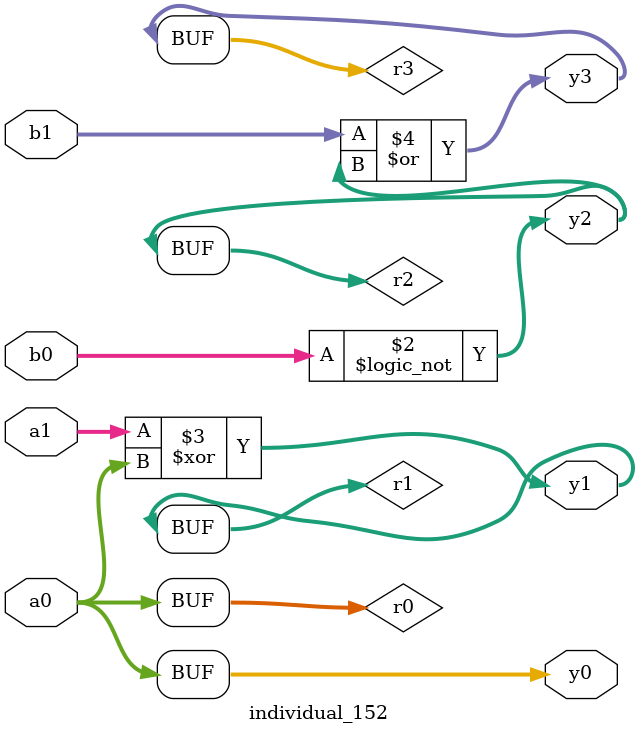
<source format=sv>
module individual_152(input logic [15:0] a1, input logic [15:0] a0, input logic [15:0] b1, input logic [15:0] b0, output logic [15:0] y3, output logic [15:0] y2, output logic [15:0] y1, output logic [15:0] y0);
logic [15:0] r0, r1, r2, r3; 
 always@(*) begin 
	 r0 = a0; r1 = a1; r2 = b0; r3 = b1; 
 	 r2 = ! r2 ;
 	 r1  ^=  a0 ;
 	 r3  |=  r2 ;
 	 y3 = r3; y2 = r2; y1 = r1; y0 = r0; 
end
endmodule
</source>
